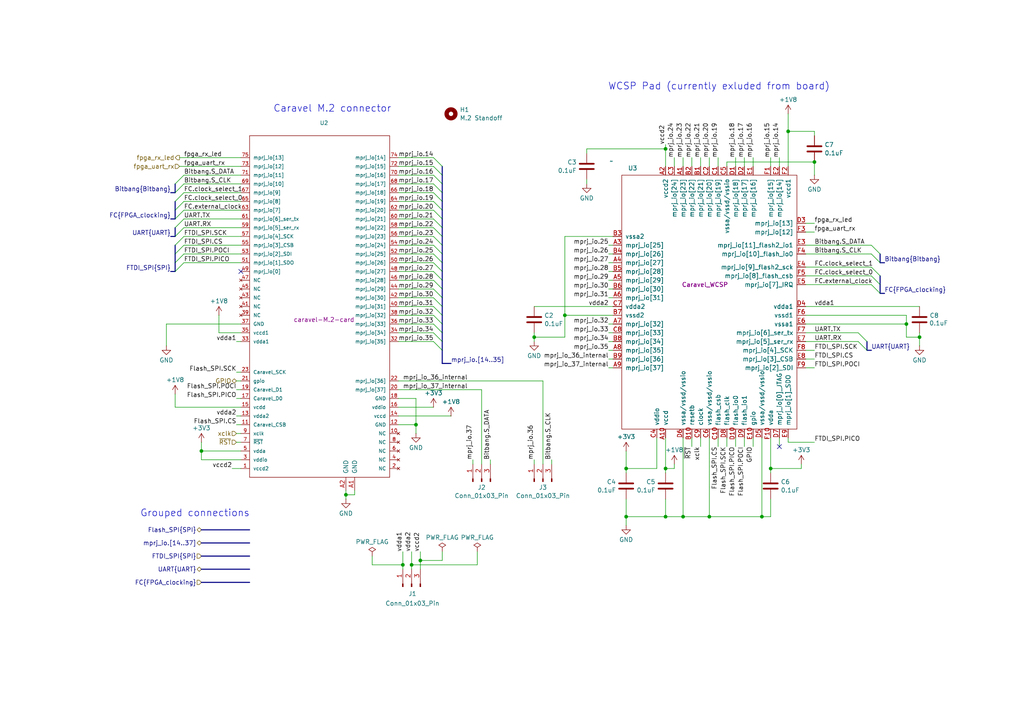
<source format=kicad_sch>
(kicad_sch (version 20231120) (generator "eeschema") (generator_version "8.0")
  (paper "A4")
  (title_block (title "Caravel Connections") (date "2024-05-30") (rev "0.1"))
  (lib_symbols
    (symbol "Caravel_board:Caravel_WCSP" (pin_names (offset 1.016))
      (property "Reference" "U" (at 0 2.54 0))
      (property "Value" "Caravel_WCSP" (at 0 -2.54 0))
      (symbol "Caravel_WCSP_0_1"
        (rectangle (start -24.13 31.75) (end 26.67 -41.91))
      )
      (symbol "Caravel_WCSP_1_1"
        (pin bidirectional line (at -6.35 34.29 270) (length 2.54) (name "mprj_io[23]") (number "A1"))
        (pin power_in line (at -11.43 -44.45 90) (length 2.54) (name "vccd") (number "A10"))
        (pin power_in line (at -11.43 34.29 270) (length 2.54) (name "vccd2") (number "A2"))
        (pin bidirectional line (at -26.67 11.43 0) (length 2.54) (name "mprj_io[25]") (number "A3"))
        (pin bidirectional line (at -26.67 6.35 0) (length 2.54) (name "mprj_io[27]") (number "A4"))
        (pin bidirectional line (at -26.67 1.27 0) (length 2.54) (name "mprj_io[29]") (number "A5"))
        (pin bidirectional line (at -26.67 -3.81 0) (length 2.54) (name "mprj_io[31]") (number "A6"))
        (pin bidirectional line (at -26.67 -11.43 0) (length 2.54) (name "mprj_io[32]") (number "A7"))
        (pin bidirectional line (at -26.67 -19.05 0) (length 2.54) (name "mprj_io[35]") (number "A8"))
        (pin bidirectional line (at -26.67 -24.13 0) (length 2.54) (name "mprj_io[37]") (number "A9"))
        (pin bidirectional line (at -1.27 34.29 270) (length 2.54) (name "mprj_io[21]") (number "B1"))
        (pin input line (at -3.81 -44.45 90) (length 2.54) (name "resetb") (number "B10"))
        (pin bidirectional line (at -3.81 34.29 270) (length 2.54) (name "mprj_io[22]") (number "B2"))
        (pin power_in line (at -26.67 13.97 0) (length 2.54) (name "vssa2") (number "B3"))
        (pin bidirectional line (at -26.67 8.89 0) (length 2.54) (name "mprj_io[26]") (number "B4"))
        (pin bidirectional line (at -26.67 3.81 0) (length 2.54) (name "mprj_io[28]") (number "B5"))
        (pin bidirectional line (at -26.67 -1.27 0) (length 2.54) (name "mprj_io[30]") (number "B6"))
        (pin power_in line (at -26.67 -8.89 0) (length 2.54) (name "vssd2") (number "B7"))
        (pin bidirectional line (at -26.67 -16.51 0) (length 2.54) (name "mprj_io[34]") (number "B8"))
        (pin bidirectional line (at -26.67 -21.59 0) (length 2.54) (name "mprj_io[36]") (number "B9"))
        (pin bidirectional line (at 3.81 34.29 270) (length 2.54) (name "mprj_io[19]") (number "C1"))
        (pin output line (at 3.81 -44.45 90) (length 2.54) (name "flash_csb") (number "C10"))
        (pin bidirectional line (at 1.27 34.29 270) (length 2.54) (name "mprj_io[20]") (number "C2"))
        (pin bidirectional line (at -8.89 34.29 270) (length 2.54) (name "mprj_io[24]") (number "C3"))
        (pin power_in line (at -13.97 -44.45 90) (length 2.54) (name "vddio") (number "C4"))
        (pin power_in line (at 6.35 34.29 270) (length 2.54) (name "vssa/vssd/vssio") (number "C5"))
        (pin power_in line (at 1.27 -44.45 90) (length 2.54) (name "vssa/vssd/vssio") (number "C6"))
        (pin power_in line (at -26.67 -6.35 0) (length 2.54) (name "vdda2") (number "C7"))
        (pin bidirectional line (at -26.67 -13.97 0) (length 2.54) (name "mprj_io[33]") (number "C8"))
        (pin input line (at -1.27 -44.45 90) (length 2.54) (name "clock") (number "C9"))
        (pin bidirectional line (at 8.89 34.29 270) (length 2.54) (name "mprj_io[18]") (number "D1"))
        (pin bidirectional line (at 8.89 -44.45 90) (length 2.54) (name "flash_io0") (number "D10"))
        (pin bidirectional line (at 11.43 34.29 270) (length 2.54) (name "mprj_io[17]") (number "D2"))
        (pin bidirectional line (at 29.21 17.78 180) (length 2.54) (name "mprj_io[13]") (number "D3"))
        (pin power_in line (at 29.21 -6.35 180) (length 2.54) (name "vdda1") (number "D4"))
        (pin power_in line (at 16.51 -44.45 90) (length 2.54) (name "vssa/vssd/vssio") (number "D5"))
        (pin power_in line (at -6.35 -44.45 90) (length 2.54) (name "vssa/vssd/vssio") (number "D6"))
        (pin bidirectional line (at 21.59 -44.45 90) (length 2.54) (name "mprj_io[0]_JTAG") (number "D7"))
        (pin output line (at 6.35 -44.45 90) (length 2.54) (name "flash_clk") (number "D8"))
        (pin bidirectional line (at 11.43 -44.45 90) (length 2.54) (name "flash_io1") (number "D9"))
        (pin bidirectional line (at 13.97 34.29 270) (length 2.54) (name "mprj_io[16]") (number "E1"))
        (pin bidirectional line (at 13.97 -44.45 90) (length 2.54) (name "gpio") (number "E10"))
        (pin bidirectional line (at 21.59 34.29 270) (length 2.54) (name "mprj_io[14]") (number "E2"))
        (pin bidirectional line (at 29.21 11.43 180) (length 2.54) (name "mprj_io[11]_flash2_io1") (number "E3"))
        (pin bidirectional line (at 29.21 5.08 180) (length 2.54) (name "mprj_io[9]_flash2_sck") (number "E4"))
        (pin bidirectional line (at 29.21 0 180) (length 2.54) (name "mprj_io[7]_IRQ") (number "E5"))
        (pin power_in line (at 29.21 -11.43 180) (length 2.54) (name "vssa1") (number "E6"))
        (pin bidirectional line (at 29.21 -16.51 180) (length 2.54) (name "mprj_io[5]_ser_rx") (number "E7"))
        (pin bidirectional line (at 29.21 -21.59 180) (length 2.54) (name "mprj_io[3]_CSB") (number "E8"))
        (pin bidirectional line (at 24.13 -44.45 90) (length 2.54) (name "mprj_io[1]_SDO") (number "E9"))
        (pin bidirectional line (at 19.05 34.29 270) (length 2.54) (name "mprj_io[15]") (number "F1"))
        (pin power_in line (at 19.05 -44.45 90) (length 2.54) (name "vdda") (number "F10"))
        (pin power_in line (at 24.13 34.29 270) (length 2.54) (name "vccd1") (number "F2"))
        (pin bidirectional line (at 29.21 15.24 180) (length 2.54) (name "mprj_io[12]") (number "F3"))
        (pin bidirectional line (at 29.21 8.89 180) (length 2.54) (name "mprj_io[10]_flash_io0") (number "F4"))
        (pin bidirectional line (at 29.21 2.54 180) (length 2.54) (name "mprj_io[8]_flash_csb") (number "F5"))
        (pin power_in line (at 29.21 -8.89 180) (length 2.54) (name "vssd1") (number "F6"))
        (pin bidirectional line (at 29.21 -13.97 180) (length 2.54) (name "mprj_io[6]_ser_tx") (number "F7"))
        (pin bidirectional line (at 29.21 -19.05 180) (length 2.54) (name "mprj_io[4]_SCK") (number "F8"))
        (pin bidirectional line (at 29.21 -24.13 180) (length 2.54) (name "mprj_io[2]_SDI") (number "F9"))
      )
    )
    (symbol "Caravel_board:caravel-M.2-card" (pin_names (offset 1.016))
      (property "Reference" "U" (at -19.05 53.848 0))
      (property "Value" "caravel-M.2-card" (at -19.05 -48.26 0))
      (symbol "caravel-M.2-card_1_0"
        (polyline (pts (xy -21.59 -45.72) (xy -21.59 53.34)))
        (polyline (pts (xy -21.59 53.34) (xy 19.05 53.34)))
        (polyline (pts (xy 19.05 -45.72) (xy -21.59 -45.72)))
        (polyline (pts (xy 19.05 53.34) (xy 19.05 -45.72)))
      )
      (symbol "caravel-M.2-card_1_1"
        (pin power_in line (at -24.13 -43.18 0) (length 2.54) (name "vccd2") (number "1"))
        (pin no_connect line (at 21.59 -33.02 180) (length 2.54) (name "NC") (number "10"))
        (pin bidirectional line (at -24.13 -30.48 0) (length 2.54) (name "Caravel_CSB") (number "11"))
        (pin power_in line (at 21.59 -30.48 180) (length 2.54) (name "GND") (number "12"))
        (pin power_in line (at -24.13 -27.94 0) (length 2.54) (name "vdda2") (number "13"))
        (pin power_in line (at 21.59 -27.94 180) (length 2.54) (name "vccd") (number "14"))
        (pin power_in line (at -24.13 -25.4 0) (length 2.54) (name "vcdd") (number "15"))
        (pin power_in line (at 21.59 -25.4 180) (length 2.54) (name "vddio") (number "16"))
        (pin bidirectional line (at -24.13 -22.86 0) (length 2.54) (name "Caravel_D0") (number "17"))
        (pin power_in line (at 21.59 -22.86 180) (length 2.54) (name "GND") (number "18"))
        (pin bidirectional line (at -24.13 -20.32 0) (length 2.54) (name "Caravel_D1") (number "19"))
        (pin no_connect line (at 21.59 -43.18 180) (length 2.54) (name "NC") (number "2"))
        (pin bidirectional line (at 21.59 -20.32 180) (length 2.54) (name "mprj_io[37]") (number "20"))
        (pin bidirectional line (at -24.13 -17.78 0) (length 2.54) (name "gpio") (number "21"))
        (pin bidirectional line (at 21.59 -17.78 180) (length 2.54) (name "mprj_io[36]") (number "22"))
        (pin bidirectional line (at -24.13 -15.24 0) (length 2.54) (name "Caravel_SCK") (number "23"))
        (pin power_in line (at -24.13 -40.64 0) (length 2.54) (name "vddio") (number "3"))
        (pin bidirectional line (at 21.59 -6.35 180) (length 2.54) (name "mprj_io[35]") (number "32"))
        (pin power_in line (at -24.13 -6.35 0) (length 2.54) (name "vdda1") (number "33"))
        (pin bidirectional line (at 21.59 -3.81 180) (length 2.54) (name "mprj_io[34]") (number "34"))
        (pin power_in line (at -24.13 -3.81 0) (length 2.54) (name "vccd1") (number "35"))
        (pin bidirectional line (at 21.59 -1.27 180) (length 2.54) (name "mprj_io[33]") (number "36"))
        (pin power_in line (at -24.13 -1.27 0) (length 2.54) (name "GND") (number "37"))
        (pin bidirectional line (at 21.59 1.27 180) (length 2.54) (name "mprj_io[32]") (number "38"))
        (pin no_connect line (at -24.13 1.27 0) (length 2.54) (name "NC") (number "39"))
        (pin no_connect line (at 21.59 -40.64 180) (length 2.54) (name "NC") (number "4"))
        (pin bidirectional line (at 21.59 3.81 180) (length 2.54) (name "mprj_io[31]") (number "40"))
        (pin no_connect line (at -24.13 3.81 0) (length 2.54) (name "NC") (number "41"))
        (pin bidirectional line (at 21.59 6.35 180) (length 2.54) (name "mprj_io[30]") (number "42"))
        (pin no_connect line (at -24.13 6.35 0) (length 2.54) (name "NC") (number "43"))
        (pin bidirectional line (at 21.59 8.89 180) (length 2.54) (name "mprj_io[29]") (number "44"))
        (pin no_connect line (at -24.13 8.89 0) (length 2.54) (name "NC") (number "45"))
        (pin bidirectional line (at 21.59 11.43 180) (length 2.54) (name "mprj_io[28]") (number "46"))
        (pin no_connect line (at -24.13 11.43 0) (length 2.54) (name "NC") (number "47"))
        (pin bidirectional line (at 21.59 13.97 180) (length 2.54) (name "mprj_io[27]") (number "48"))
        (pin bidirectional line (at -24.13 13.97 0) (length 2.54) (name "mprj_io[0]") (number "49"))
        (pin power_in line (at -24.13 -38.1 0) (length 2.54) (name "vdda") (number "5"))
        (pin bidirectional line (at 21.59 16.51 180) (length 2.54) (name "mprj_io[26]") (number "50"))
        (pin bidirectional line (at -24.13 16.51 0) (length 2.54) (name "mprj_io[1]_SDO") (number "51"))
        (pin bidirectional line (at 21.59 19.05 180) (length 2.54) (name "mprj_io[25]") (number "52"))
        (pin bidirectional line (at -24.13 19.05 0) (length 2.54) (name "mprj_io[2]_SDI") (number "53"))
        (pin bidirectional line (at 21.59 21.59 180) (length 2.54) (name "mprj_io[24]") (number "54"))
        (pin bidirectional line (at -24.13 21.59 0) (length 2.54) (name "mprj_io[3]_CSB") (number "55"))
        (pin bidirectional line (at 21.59 24.13 180) (length 2.54) (name "mprj_io[23]") (number "56"))
        (pin bidirectional line (at -24.13 24.13 0) (length 2.54) (name "mprj_io[4]_SCK") (number "57"))
        (pin bidirectional line (at 21.59 26.67 180) (length 2.54) (name "mprj_io[22]") (number "58"))
        (pin bidirectional line (at -24.13 26.67 0) (length 2.54) (name "mprj_io[5]_ser_rx") (number "59"))
        (pin no_connect line (at 21.59 -38.1 180) (length 2.54) (name "NC") (number "6"))
        (pin bidirectional line (at 21.59 29.21 180) (length 2.54) (name "mprj_io[21]") (number "60"))
        (pin bidirectional line (at -24.13 29.21 0) (length 2.54) (name "mprj_io[6]_ser_tx") (number "61"))
        (pin bidirectional line (at 21.59 31.75 180) (length 2.54) (name "mprj_io[20]") (number "62"))
        (pin bidirectional line (at -24.13 31.75 0) (length 2.54) (name "mprj_io[7]") (number "63"))
        (pin bidirectional line (at 21.59 34.29 180) (length 2.54) (name "mprj_io[19]") (number "64"))
        (pin bidirectional line (at -24.13 34.29 0) (length 2.54) (name "mprj_io[8]") (number "65"))
        (pin bidirectional line (at 21.59 36.83 180) (length 2.54) (name "mprj_io[18]") (number "66"))
        (pin bidirectional line (at -24.13 36.83 0) (length 2.54) (name "mprj_io[9]") (number "67"))
        (pin bidirectional line (at 21.59 39.37 180) (length 2.54) (name "mprj_io[17]") (number "68"))
        (pin bidirectional line (at -24.13 39.37 0) (length 2.54) (name "mprj_io[10]") (number "69"))
        (pin input line (at -24.13 -35.56 0) (length 2.54) (name "~{RST}") (number "7"))
        (pin bidirectional line (at 21.59 41.91 180) (length 2.54) (name "mprj_io[16]") (number "70"))
        (pin bidirectional line (at -24.13 41.91 0) (length 2.54) (name "mprj_io[11]") (number "71"))
        (pin bidirectional line (at 21.59 44.45 180) (length 2.54) (name "mprj_io[15]") (number "72"))
        (pin bidirectional line (at -24.13 44.45 0) (length 2.54) (name "mprj_io[12]") (number "73"))
        (pin bidirectional line (at 21.59 46.99 180) (length 2.54) (name "mprj_io[14]") (number "74"))
        (pin bidirectional line (at -24.13 46.99 0) (length 2.54) (name "mprj_io[13]") (number "75"))
        (pin no_connect line (at 21.59 -35.56 180) (length 2.54) (name "NC") (number "8"))
        (pin input line (at -24.13 -33.02 0) (length 2.54) (name "xclk") (number "9"))
        (pin power_in line (at 8.89 -49.53 90) (length 3.81) (name "GND") (number "A1"))
        (pin power_in line (at 6.35 -49.53 90) (length 3.81) (name "GND") (number "A2"))
      )
    )
    (symbol "Connector:Conn_01x03_Pin" (pin_names (offset 1.016) hide)
      (property "Reference" "J" (at 0 5.08 0))
      (property "Value" "Conn_01x03_Pin" (at 0 -5.08 0))
      (symbol "Conn_01x03_Pin_1_1"
        (polyline (pts (xy 1.27 -2.54) (xy 0.8636 -2.54)) (stroke (width 0.1524)))
        (polyline (pts (xy 1.27 0) (xy 0.8636 0)) (stroke (width 0.1524)))
        (polyline (pts (xy 1.27 2.54) (xy 0.8636 2.54)) (stroke (width 0.1524)))
        (rectangle (start 0.8636 -2.413) (end 0 -2.667) (stroke (width 0.1524)) (fill (type outline)))
        (rectangle (start 0.8636 0.127) (end 0 -0.127) (stroke (width 0.1524)) (fill (type outline)))
        (rectangle (start 0.8636 2.667) (end 0 2.413) (stroke (width 0.1524)) (fill (type outline)))
        (pin passive line (at 5.08 2.54 180) (length 3.81) (name "Pin_1") (number "1"))
        (pin passive line (at 5.08 0 180) (length 3.81) (name "Pin_2") (number "2"))
        (pin passive line (at 5.08 -2.54 180) (length 3.81) (name "Pin_3") (number "3"))
      )
    )
    (symbol "Device:C" (pin_numbers hide) (pin_names (offset 0.254))
      (property "Reference" "C" (at 0.635 2.54 0))
      (property "Value" "C" (at 0.635 -2.54 0))
      (symbol "C_0_1"
        (polyline (pts (xy -2.032 -0.762) (xy 2.032 -0.762)) (stroke (width 0.508)))
        (polyline (pts (xy -2.032 0.762) (xy 2.032 0.762)) (stroke (width 0.508)))
      )
      (symbol "C_1_1"
        (pin passive line (at 0 3.81 270) (length 2.794) (name "~") (number "1"))
        (pin passive line (at 0 -3.81 90) (length 2.794) (name "~") (number "2"))
      )
    )
    (symbol "MicroMod-Sparkfun:MICROMOD-Standoff" (pin_names (offset 1.016))
      (property "Reference" "H" (at 0 5.08 0))
      (property "Value" "MICROMOD-Standoff" (at 0 3.175 0))
      (symbol "MICROMOD-Standoff_0_1"
        (circle (center 0 0) (radius 1.27) (stroke (width 1.27)))
      )
    )
    (symbol "power:+1V8" (power) (pin_numbers hide) (pin_names (offset 0) hide)
      (property "Value" "+1V8" (at 0 3.556 0))
      (symbol "+1V8_0_1"
        (polyline (pts (xy -0.762 1.27) (xy 0 2.54)))
        (polyline (pts (xy 0 0) (xy 0 2.54)))
        (polyline (pts (xy 0 2.54) (xy 0.762 1.27)))
      )
      (symbol "+1V8_1_1"
        (pin power_in line (at 0 0 90) (length 0) (name "~") (number "1"))
      )
    )
    (symbol "power:+3V3" (power) (pin_numbers hide) (pin_names (offset 0) hide)
      (property "Value" "+3V3" (at 0 3.556 0))
      (symbol "+3V3_0_1"
        (polyline (pts (xy -0.762 1.27) (xy 0 2.54)))
        (polyline (pts (xy 0 0) (xy 0 2.54)))
        (polyline (pts (xy 0 2.54) (xy 0.762 1.27)))
      )
      (symbol "+3V3_1_1"
        (pin power_in line (at 0 0 90) (length 0) (name "~") (number "1"))
      )
    )
    (symbol "power:GND" (power) (pin_numbers hide) (pin_names (offset 0) hide)
      (property "Value" "GND" (at 0 -3.81 0))
      (symbol "GND_0_1"
        (polyline (pts (xy 0 0) (xy 0 -1.27) (xy 1.27 -1.27) (xy 0 -2.54) (xy -1.27 -1.27) (xy 0 -1.27)))
      )
      (symbol "GND_1_1"
        (pin power_in line (at 0 0 270) (length 0) (name "~") (number "1"))
      )
    )
    (symbol "power:PWR_FLAG" (power) (pin_numbers hide) (pin_names (offset 0) hide)
      (property "Value" "PWR_FLAG" (at 0 3.81 0))
      (symbol "PWR_FLAG_0_0"
        (pin power_out line (at 0 0 90) (length 0) (name "~") (number "1"))
      )
      (symbol "PWR_FLAG_0_1"
        (polyline (pts (xy 0 0) (xy 0 1.27) (xy -1.016 1.905) (xy 0 2.54) (xy 1.016 1.905) (xy 0 1.27)))
      )
    )
  )
  (bus_alias "Bitbang" (members "S_CLK" "S_DATA"))
  (bus_alias "FPGA_clocking" (members "external_clock" "clock_select_0" "clock_select_1"))
  (bus_alias "UART" (members "RX" "TX"))
  (junction (at 228.6 38.1))
  (junction (at 262.89 93.98))
  (junction (at 116.84 163.83))
  (junction (at 236.22 46.99))
  (junction (at 220.98 149.86))
  (junction (at 100.33 143.51))
  (junction (at 223.52 135.89))
  (junction (at 121.92 162.56))
  (junction (at 154.94 97.79))
  (junction (at 120.65 123.19))
  (junction (at 119.38 163.83))
  (junction (at 266.7 97.79))
  (junction (at 193.04 135.89))
  (junction (at 193.04 43.18))
  (junction (at 163.83 91.44))
  (junction (at 181.61 135.89))
  (junction (at 193.04 149.86))
  (junction (at 181.61 149.86))
  (junction (at 205.74 149.86))
  (junction (at 58.42 130.81))
  (junction (at 198.12 149.86))
  (no_connect (at 226.06 129.54))
  (no_connect (at 69.85 78.74))
  (bus_entry (at 125.73 88.9) (size 2.54 2.54))
  (bus_entry (at 252.73 77.47) (size 2.54 2.54))
  (bus_entry (at 53.34 50.8) (size -2.54 2.54))
  (bus_entry (at 125.73 91.44) (size 2.54 2.54))
  (bus_entry (at 125.73 73.66) (size 2.54 2.54))
  (bus_entry (at 125.73 55.88) (size 2.54 2.54))
  (bus_entry (at 125.73 96.52) (size 2.54 2.54))
  (bus_entry (at 125.73 63.5) (size 2.54 2.54))
  (bus_entry (at 125.73 71.12) (size 2.54 2.54))
  (bus_entry (at 125.73 58.42) (size 2.54 2.54))
  (bus_entry (at 53.34 66.04) (size -2.54 2.54))
  (bus_entry (at 125.73 93.98) (size 2.54 2.54))
  (bus_entry (at 252.73 71.12) (size 2.54 2.54))
  (bus_entry (at 53.34 71.12) (size -2.54 2.54))
  (bus_entry (at 125.73 86.36) (size 2.54 2.54))
  (bus_entry (at 125.73 78.74) (size 2.54 2.54))
  (bus_entry (at 125.73 83.82) (size 2.54 2.54))
  (bus_entry (at 248.92 99.06) (size 2.54 2.54))
  (bus_entry (at 125.73 68.58) (size 2.54 2.54))
  (bus_entry (at 248.92 96.52) (size 2.54 2.54))
  (bus_entry (at 125.73 76.2) (size 2.54 2.54))
  (bus_entry (at 125.73 81.28) (size 2.54 2.54))
  (bus_entry (at 50.8 60.96) (size 2.54 -2.54))
  (bus_entry (at 252.73 80.01) (size 2.54 2.54))
  (bus_entry (at 125.73 60.96) (size 2.54 2.54))
  (bus_entry (at 53.34 68.58) (size -2.54 2.54))
  (bus_entry (at 53.34 63.5) (size -2.54 2.54))
  (bus_entry (at 53.34 76.2) (size -2.54 2.54))
  (bus_entry (at 53.34 53.34) (size -2.54 2.54))
  (bus_entry (at 125.73 48.26) (size 2.54 2.54))
  (bus_entry (at 125.73 53.34) (size 2.54 2.54))
  (bus_entry (at 50.8 63.5) (size 2.54 -2.54))
  (bus_entry (at 50.8 58.42) (size 2.54 -2.54))
  (bus_entry (at 125.73 99.06) (size 2.54 2.54))
  (bus_entry (at 125.73 45.72) (size 2.54 2.54))
  (bus_entry (at 53.34 73.66) (size -2.54 2.54))
  (bus_entry (at 125.73 66.04) (size 2.54 2.54))
  (bus_entry (at 125.73 50.8) (size 2.54 2.54))
  (bus_entry (at 252.73 82.55) (size 2.54 2.54))
  (bus_entry (at 252.73 73.66) (size 2.54 2.54))
  (bus (pts (xy 49.53 63.5) (xy 50.8 63.5)))
  (wire (pts (xy 121.92 162.56) (xy 121.92 165.1)))
  (bus (pts (xy 128.27 78.74) (xy 128.27 81.28)))
  (bus (pts (xy 128.27 73.66) (xy 128.27 76.2)))
  (wire (pts (xy 157.48 134.62) (xy 157.48 110.49)))
  (bus (pts (xy 255.27 76.2) (xy 256.54 76.2)))
  (bus (pts (xy 49.53 55.88) (xy 50.8 55.88)))
  (wire (pts (xy 163.83 91.44) (xy 177.8 91.44)))
  (wire (pts (xy 220.98 149.86) (xy 205.74 149.86)))
  (wire (pts (xy 236.22 38.1) (xy 236.22 39.37)))
  (wire (pts (xy 68.58 110.49) (xy 69.85 110.49)))
  (wire (pts (xy 170.18 43.18) (xy 170.18 44.45)))
  (wire (pts (xy 154.94 97.79) (xy 163.83 97.79)))
  (wire (pts (xy 137.16 133.35) (xy 137.16 134.62)))
  (bus (pts (xy 255.27 80.01) (xy 255.27 82.55)))
  (wire (pts (xy 50.8 114.3) (xy 50.8 118.11)))
  (wire (pts (xy 193.04 149.86) (xy 198.12 149.86)))
  (wire (pts (xy 236.22 128.27) (xy 228.6 128.27)))
  (bus (pts (xy 128.27 50.8) (xy 128.27 53.34)))
  (wire (pts (xy 228.6 38.1) (xy 228.6 48.26)))
  (wire (pts (xy 220.98 127) (xy 220.98 149.86)))
  (wire (pts (xy 154.94 97.79) (xy 154.94 96.52)))
  (bus (pts (xy 58.42 153.67) (xy 72.39 153.67)))
  (wire (pts (xy 233.68 82.55) (xy 252.73 82.55)))
  (wire (pts (xy 58.42 130.81) (xy 69.85 130.81)))
  (wire (pts (xy 154.94 133.35) (xy 154.94 134.62)))
  (wire (pts (xy 236.22 101.6) (xy 233.68 101.6)))
  (bus (pts (xy 58.42 157.48) (xy 72.39 157.48)))
  (wire (pts (xy 170.18 43.18) (xy 193.04 43.18)))
  (wire (pts (xy 48.26 93.98) (xy 48.26 100.33)))
  (wire (pts (xy 176.53 96.52) (xy 177.8 96.52)))
  (wire (pts (xy 218.44 127) (xy 218.44 129.54)))
  (bus (pts (xy 50.8 76.2) (xy 50.8 78.74)))
  (bus (pts (xy 128.27 58.42) (xy 128.27 60.96)))
  (wire (pts (xy 176.53 93.98) (xy 177.8 93.98)))
  (wire (pts (xy 115.57 73.66) (xy 125.73 73.66)))
  (wire (pts (xy 223.52 149.86) (xy 220.98 149.86)))
  (bus (pts (xy 128.27 101.6) (xy 128.27 105.41)))
  (wire (pts (xy 181.61 149.86) (xy 181.61 152.4)))
  (wire (pts (xy 154.94 88.9) (xy 177.8 88.9)))
  (bus (pts (xy 49.53 68.58) (xy 50.8 68.58)))
  (wire (pts (xy 198.12 149.86) (xy 205.74 149.86)))
  (wire (pts (xy 176.53 71.12) (xy 177.8 71.12)))
  (bus (pts (xy 50.8 71.12) (xy 50.8 73.66)))
  (wire (pts (xy 58.42 133.35) (xy 69.85 133.35)))
  (wire (pts (xy 193.04 144.78) (xy 193.04 149.86)))
  (bus (pts (xy 128.27 71.12) (xy 128.27 73.66)))
  (wire (pts (xy 215.9 45.72) (xy 215.9 48.26)))
  (wire (pts (xy 128.27 162.56) (xy 128.27 160.02)))
  (wire (pts (xy 69.85 99.06) (xy 68.58 99.06)))
  (wire (pts (xy 53.34 73.66) (xy 69.85 73.66)))
  (wire (pts (xy 53.34 68.58) (xy 69.85 68.58)))
  (wire (pts (xy 176.53 106.68) (xy 177.8 106.68)))
  (wire (pts (xy 115.57 50.8) (xy 125.73 50.8)))
  (wire (pts (xy 181.61 130.81) (xy 181.61 135.89)))
  (bus (pts (xy 128.27 105.41) (xy 130.81 105.41)))
  (bus (pts (xy 49.53 78.74) (xy 50.8 78.74)))
  (wire (pts (xy 115.57 115.57) (xy 120.65 115.57)))
  (wire (pts (xy 176.53 81.28) (xy 177.8 81.28)))
  (wire (pts (xy 53.34 63.5) (xy 69.85 63.5)))
  (wire (pts (xy 193.04 135.89) (xy 195.58 135.89)))
  (bus (pts (xy 128.27 86.36) (xy 128.27 88.9)))
  (wire (pts (xy 116.84 165.1) (xy 116.84 163.83)))
  (wire (pts (xy 102.87 143.51) (xy 102.87 142.24)))
  (wire (pts (xy 176.53 86.36) (xy 177.8 86.36)))
  (wire (pts (xy 115.57 63.5) (xy 125.73 63.5)))
  (wire (pts (xy 100.33 143.51) (xy 102.87 143.51)))
  (wire (pts (xy 58.42 130.81) (xy 58.42 128.27)))
  (wire (pts (xy 193.04 135.89) (xy 193.04 137.16)))
  (wire (pts (xy 236.22 104.14) (xy 233.68 104.14)))
  (wire (pts (xy 53.34 76.2) (xy 69.85 76.2)))
  (wire (pts (xy 210.82 127) (xy 210.82 129.54)))
  (wire (pts (xy 68.58 115.57) (xy 69.85 115.57)))
  (wire (pts (xy 176.53 76.2) (xy 177.8 76.2)))
  (wire (pts (xy 115.57 110.49) (xy 157.48 110.49)))
  (bus (pts (xy 255.27 73.66) (xy 255.27 76.2)))
  (bus (pts (xy 128.27 83.82) (xy 128.27 86.36)))
  (bus (pts (xy 255.27 85.09) (xy 256.54 85.09)))
  (wire (pts (xy 266.7 97.79) (xy 266.7 100.33)))
  (wire (pts (xy 233.68 64.77) (xy 236.22 64.77)))
  (wire (pts (xy 233.68 77.47) (xy 252.73 77.47)))
  (wire (pts (xy 115.57 78.74) (xy 125.73 78.74)))
  (wire (pts (xy 181.61 149.86) (xy 193.04 149.86)))
  (wire (pts (xy 208.28 45.72) (xy 208.28 48.26)))
  (bus (pts (xy 128.27 76.2) (xy 128.27 78.74)))
  (wire (pts (xy 115.57 123.19) (xy 120.65 123.19)))
  (wire (pts (xy 68.58 128.27) (xy 69.85 128.27)))
  (wire (pts (xy 213.36 45.72) (xy 213.36 48.26)))
  (wire (pts (xy 176.53 78.74) (xy 177.8 78.74)))
  (wire (pts (xy 163.83 91.44) (xy 163.83 97.79)))
  (wire (pts (xy 119.38 163.83) (xy 138.43 163.83)))
  (wire (pts (xy 176.53 104.14) (xy 177.8 104.14)))
  (wire (pts (xy 53.34 66.04) (xy 69.85 66.04)))
  (wire (pts (xy 68.58 107.95) (xy 69.85 107.95)))
  (wire (pts (xy 115.57 96.52) (xy 125.73 96.52)))
  (wire (pts (xy 139.7 113.03) (xy 139.7 134.62)))
  (bus (pts (xy 128.27 93.98) (xy 128.27 96.52)))
  (bus (pts (xy 50.8 73.66) (xy 50.8 76.2)))
  (wire (pts (xy 100.33 143.51) (xy 100.33 144.78)))
  (wire (pts (xy 67.31 135.89) (xy 69.85 135.89)))
  (bus (pts (xy 128.27 66.04) (xy 128.27 68.58)))
  (wire (pts (xy 119.38 163.83) (xy 119.38 165.1)))
  (wire (pts (xy 115.57 53.34) (xy 125.73 53.34)))
  (wire (pts (xy 213.36 127) (xy 213.36 129.54)))
  (wire (pts (xy 52.07 48.26) (xy 69.85 48.26)))
  (wire (pts (xy 262.89 91.44) (xy 262.89 93.98)))
  (wire (pts (xy 115.57 91.44) (xy 125.73 91.44)))
  (wire (pts (xy 53.34 50.8) (xy 69.85 50.8)))
  (wire (pts (xy 223.52 127) (xy 223.52 135.89)))
  (bus (pts (xy 128.27 53.34) (xy 128.27 55.88)))
  (wire (pts (xy 223.52 144.78) (xy 223.52 149.86)))
  (wire (pts (xy 115.57 68.58) (xy 125.73 68.58)))
  (bus (pts (xy 128.27 55.88) (xy 128.27 58.42)))
  (wire (pts (xy 195.58 135.89) (xy 195.58 134.62)))
  (bus (pts (xy 50.8 60.96) (xy 50.8 63.5)))
  (wire (pts (xy 223.52 45.72) (xy 223.52 48.26)))
  (wire (pts (xy 163.83 68.58) (xy 177.8 68.58)))
  (wire (pts (xy 176.53 83.82) (xy 177.8 83.82)))
  (bus (pts (xy 251.46 99.06) (xy 251.46 101.6)))
  (wire (pts (xy 226.06 45.72) (xy 226.06 48.26)))
  (wire (pts (xy 233.68 93.98) (xy 262.89 93.98)))
  (wire (pts (xy 203.2 45.72) (xy 203.2 48.26)))
  (wire (pts (xy 205.74 45.72) (xy 205.74 48.26)))
  (wire (pts (xy 107.95 163.83) (xy 107.95 161.29)))
  (bus (pts (xy 58.42 165.1) (xy 72.39 165.1)))
  (bus (pts (xy 128.27 88.9) (xy 128.27 91.44)))
  (wire (pts (xy 115.57 120.65) (xy 130.81 120.65)))
  (wire (pts (xy 53.34 60.96) (xy 69.85 60.96)))
  (wire (pts (xy 200.66 127) (xy 200.66 129.54)))
  (wire (pts (xy 233.68 88.9) (xy 266.7 88.9)))
  (wire (pts (xy 50.8 118.11) (xy 69.85 118.11)))
  (wire (pts (xy 210.82 46.99) (xy 210.82 48.26)))
  (wire (pts (xy 228.6 38.1) (xy 236.22 38.1)))
  (wire (pts (xy 116.84 163.83) (xy 107.95 163.83)))
  (wire (pts (xy 63.5 96.52) (xy 63.5 91.44)))
  (wire (pts (xy 193.04 41.91) (xy 193.04 43.18)))
  (wire (pts (xy 233.68 91.44) (xy 262.89 91.44)))
  (wire (pts (xy 233.68 80.01) (xy 252.73 80.01)))
  (wire (pts (xy 233.68 96.52) (xy 248.92 96.52)))
  (wire (pts (xy 233.68 71.12) (xy 252.73 71.12)))
  (wire (pts (xy 53.34 58.42) (xy 69.85 58.42)))
  (wire (pts (xy 262.89 97.79) (xy 266.7 97.79)))
  (wire (pts (xy 193.04 127) (xy 193.04 135.89)))
  (wire (pts (xy 232.41 135.89) (xy 223.52 135.89)))
  (wire (pts (xy 233.68 67.31) (xy 236.22 67.31)))
  (wire (pts (xy 226.06 127) (xy 226.06 129.54)))
  (wire (pts (xy 190.5 127) (xy 190.5 135.89)))
  (wire (pts (xy 160.02 133.35) (xy 160.02 134.62)))
  (wire (pts (xy 203.2 127) (xy 203.2 129.54)))
  (wire (pts (xy 233.68 73.66) (xy 252.73 73.66)))
  (bus (pts (xy 58.42 161.29) (xy 72.39 161.29)))
  (wire (pts (xy 115.57 93.98) (xy 125.73 93.98)))
  (wire (pts (xy 119.38 160.02) (xy 119.38 163.83)))
  (wire (pts (xy 69.85 93.98) (xy 48.26 93.98)))
  (wire (pts (xy 205.74 127) (xy 205.74 149.86)))
  (wire (pts (xy 154.94 97.79) (xy 154.94 99.06)))
  (bus (pts (xy 50.8 58.42) (xy 50.8 60.96)))
  (wire (pts (xy 121.92 160.02) (xy 121.92 162.56)))
  (wire (pts (xy 176.53 101.6) (xy 177.8 101.6)))
  (bus (pts (xy 128.27 68.58) (xy 128.27 71.12)))
  (wire (pts (xy 198.12 127) (xy 198.12 149.86)))
  (wire (pts (xy 120.65 115.57) (xy 120.65 123.19)))
  (wire (pts (xy 115.57 76.2) (xy 125.73 76.2)))
  (wire (pts (xy 53.34 55.88) (xy 69.85 55.88)))
  (wire (pts (xy 138.43 163.83) (xy 138.43 160.02)))
  (wire (pts (xy 115.57 66.04) (xy 125.73 66.04)))
  (wire (pts (xy 190.5 135.89) (xy 181.61 135.89)))
  (bus (pts (xy 128.27 60.96) (xy 128.27 63.5)))
  (bus (pts (xy 50.8 53.34) (xy 50.8 55.88)))
  (wire (pts (xy 115.57 99.06) (xy 125.73 99.06)))
  (wire (pts (xy 68.58 120.65) (xy 69.85 120.65)))
  (wire (pts (xy 115.57 113.03) (xy 139.7 113.03)))
  (wire (pts (xy 266.7 96.52) (xy 266.7 97.79)))
  (wire (pts (xy 52.07 45.72) (xy 69.85 45.72)))
  (wire (pts (xy 228.6 128.27) (xy 228.6 127)))
  (wire (pts (xy 63.5 96.52) (xy 69.85 96.52)))
  (wire (pts (xy 100.33 142.24) (xy 100.33 143.51)))
  (wire (pts (xy 115.57 81.28) (xy 125.73 81.28)))
  (wire (pts (xy 176.53 73.66) (xy 177.8 73.66)))
  (wire (pts (xy 262.89 93.98) (xy 262.89 97.79)))
  (wire (pts (xy 68.58 123.19) (xy 69.85 123.19)))
  (wire (pts (xy 181.61 135.89) (xy 181.61 137.16)))
  (bus (pts (xy 128.27 99.06) (xy 128.27 101.6)))
  (bus (pts (xy 128.27 91.44) (xy 128.27 93.98)))
  (wire (pts (xy 232.41 134.62) (xy 232.41 135.89)))
  (wire (pts (xy 68.58 125.73) (xy 69.85 125.73)))
  (bus (pts (xy 58.42 168.91) (xy 72.39 168.91)))
  (bus (pts (xy 50.8 66.04) (xy 50.8 68.58)))
  (wire (pts (xy 115.57 83.82) (xy 125.73 83.82)))
  (wire (pts (xy 58.42 130.81) (xy 58.42 133.35)))
  (wire (pts (xy 181.61 144.78) (xy 181.61 149.86)))
  (bus (pts (xy 128.27 81.28) (xy 128.27 83.82)))
  (wire (pts (xy 233.68 106.68) (xy 236.22 106.68)))
  (wire (pts (xy 233.68 99.06) (xy 248.92 99.06)))
  (wire (pts (xy 115.57 55.88) (xy 125.73 55.88)))
  (wire (pts (xy 115.57 48.26) (xy 125.73 48.26)))
  (wire (pts (xy 228.6 33.02) (xy 228.6 38.1)))
  (wire (pts (xy 215.9 127) (xy 215.9 129.54)))
  (wire (pts (xy 142.24 133.35) (xy 142.24 134.62)))
  (wire (pts (xy 115.57 58.42) (xy 125.73 58.42)))
  (wire (pts (xy 200.66 45.72) (xy 200.66 48.26)))
  (bus (pts (xy 128.27 63.5) (xy 128.27 66.04)))
  (wire (pts (xy 210.82 46.99) (xy 236.22 46.99)))
  (wire (pts (xy 176.53 99.06) (xy 177.8 99.06)))
  (wire (pts (xy 115.57 45.72) (xy 125.73 45.72)))
  (wire (pts (xy 218.44 45.72) (xy 218.44 48.26)))
  (wire (pts (xy 115.57 118.11) (xy 125.73 118.11)))
  (wire (pts (xy 193.04 43.18) (xy 193.04 48.26)))
  (bus (pts (xy 251.46 101.6) (xy 252.73 101.6)))
  (wire (pts (xy 53.34 53.34) (xy 69.85 53.34)))
  (wire (pts (xy 121.92 162.56) (xy 128.27 162.56)))
  (wire (pts (xy 115.57 60.96) (xy 125.73 60.96)))
  (wire (pts (xy 116.84 163.83) (xy 116.84 160.02)))
  (bus (pts (xy 128.27 96.52) (xy 128.27 99.06)))
  (wire (pts (xy 198.12 45.72) (xy 198.12 48.26)))
  (wire (pts (xy 68.58 113.03) (xy 69.85 113.03)))
  (bus (pts (xy 255.27 82.55) (xy 255.27 85.09)))
  (wire (pts (xy 223.52 135.89) (xy 223.52 137.16)))
  (wire (pts (xy 53.34 71.12) (xy 69.85 71.12)))
  (wire (pts (xy 236.22 46.99) (xy 236.22 50.8)))
  (wire (pts (xy 195.58 45.72) (xy 195.58 48.26)))
  (wire (pts (xy 170.18 52.07) (xy 170.18 53.34)))
  (wire (pts (xy 115.57 86.36) (xy 125.73 86.36)))
  (wire (pts (xy 208.28 127) (xy 208.28 129.54)))
  (wire (pts (xy 163.83 91.44) (xy 163.83 68.58)))
  (wire (pts (xy 115.57 88.9) (xy 125.73 88.9)))
  (wire (pts (xy 120.65 125.73) (xy 120.65 123.19)))
  (bus (pts (xy 128.27 48.26) (xy 128.27 50.8)))
  (wire (pts (xy 115.57 71.12) (xy 125.73 71.12)))
  (text "Caravel M.2 connector" (at 79.248 32.766 0) (effects (font (size 2 2)) (justify left bottom)))
  (text "Grouped connections" (at 40.64 150.114 0) (effects (font (size 2 2)) (justify left bottom)))
  (text "WCSP Pad (currently exluded from board)" (at 208.534 25.146 0) (effects (font (size 2 2))))
  (label "UART{UART}" (at 252.73 101.6 0))
  (label "Flash_SPI.SCK" (at 210.82 129.54 270))
  (label "mprj_io.14" (at 226.06 45.72 90))
  (label "mprj_io.33" (at 176.53 96.52 180))
  (label "FC{FPGA_clocking}" (at 256.54 85.09 0))
  (label "UART.RX" (at 53.34 66.04 0))
  (label "mprj_io.25" (at 176.53 71.12 180))
  (label "Bitbang.S_DATA" (at 236.22 71.12 0))
  (label "mprj_io.17" (at 115.57 53.34 0))
  (label "Bitbang{Bitbang}" (at 49.53 55.88 180))
  (label "Flash_SPI.POCI" (at 215.9 129.54 270))
  (label "fpga_rx_led" (at 236.22 64.77 0))
  (label "mprj_io.25" (at 115.57 73.66 0))
  (label "FC.clock_select_0" (at 236.22 80.01 0))
  (label "Flash_SPI.PICO" (at 68.58 115.57 180))
  (label "mprj_io.29" (at 176.53 81.28 180))
  (label "mprj_io.26" (at 176.53 73.66 180))
  (label "mprj_io.35" (at 115.57 99.06 0))
  (label "FC.external_clock" (at 53.34 60.96 0))
  (label "Bitbang{Bitbang}" (at 256.54 76.2 0))
  (label "FC.external_clock" (at 236.22 82.55 0))
  (label "~{RST}" (at 200.66 129.54 270))
  (label "FTDI_SPI.PICO" (at 236.22 128.27 0))
  (label "mprj_io.21" (at 115.57 63.5 0))
  (label "FTDI_SPI.POCI" (at 236.22 106.68 0))
  (label "UART.TX" (at 236.22 96.52 0))
  (label "mprj_io.19" (at 208.28 45.72 90))
  (label "mprj_io.21" (at 203.2 45.72 90))
  (label "mprj_io.32" (at 176.53 93.98 180))
  (label "mprj_io.37" (at 137.16 133.35 90))
  (label "Bitbang.S_DATA" (at 53.34 50.8 0))
  (label "fpga_uart_rx" (at 236.22 67.31 0))
  (label "mprj_io.27" (at 176.53 76.2 180))
  (label "Flash_SPI.PICO" (at 213.36 129.54 270))
  (label "mprj_io.19" (at 115.57 58.42 0))
  (label "vdda2" (at 119.38 160.02 90))
  (label "mprj_io.35" (at 176.53 101.6 180))
  (label "mprj_io.29" (at 115.57 83.82 0))
  (label "mprj_io.23" (at 115.57 68.58 0))
  (label "xclk" (at 203.2 129.54 270))
  (label "mprj_io_36_internal" (at 176.53 104.14 180))
  (label "mprj_io.31" (at 115.57 88.9 0))
  (label "vdda1" (at 116.84 160.02 90))
  (label "vccd2" (at 121.92 160.02 90))
  (label "mprj_io.34" (at 115.57 96.52 0))
  (label "mprj_io.14" (at 115.57 45.72 0))
  (label "vccd2" (at 193.04 41.91 90))
  (label "GPIO" (at 218.44 129.54 270))
  (label "Flash_SPI.CS" (at 208.28 129.54 270))
  (label "fpga_uart_rx" (at 53.34 48.26 0))
  (label "mprj_io.22" (at 115.57 66.04 0))
  (label "mprj_io.20" (at 205.74 45.72 90))
  (label "FTDI_SPI.SCK" (at 236.22 101.6 0))
  (label "mprj_io.22" (at 200.66 45.72 90))
  (label "UART{UART}" (at 49.53 68.58 180))
  (label "mprj_io.24" (at 195.58 45.72 90))
  (label "UART.RX" (at 236.22 99.06 0))
  (label "mprj_io.16" (at 115.57 50.8 0))
  (label "Flash_SPI.SCK" (at 68.58 107.95 180))
  (label "mprj_io.23" (at 198.12 45.72 90))
  (label "mprj_io.28" (at 176.53 78.74 180))
  (label "fpga_rx_led" (at 53.34 45.72 0))
  (label "mprj_io.36" (at 154.94 133.35 90))
  (label "mprj_io.18" (at 115.57 55.88 0))
  (label "vdda1" (at 68.58 99.06 180))
  (label "mprj_io.31" (at 176.53 86.36 180))
  (label "mprj_io.34" (at 176.53 99.06 180))
  (label "mprj_io.26" (at 115.57 76.2 0))
  (label "Bitbang.S_CLK" (at 236.22 73.66 0))
  (label "mprj_io.17" (at 215.9 45.72 90))
  (label "Flash_SPI.POCI" (at 68.58 113.03 180))
  (label "mprj_io.16" (at 218.44 45.72 90))
  (label "FC.clock_select_1" (at 53.34 55.88 0))
  (label "vdda2" (at 68.58 120.65 180))
  (label "mprj_io.24" (at 115.57 71.12 0))
  (label "mprj_io.27" (at 115.57 78.74 0))
  (label "mprj_io.15" (at 223.52 45.72 90))
  (label "FTDI_SPI.SCK" (at 53.34 68.58 0))
  (label "FC.clock_select_0" (at 53.34 58.42 0))
  (label "mprj_io.33" (at 115.57 93.98 0))
  (label "mprj_io.[14..35]" (at 130.81 105.41 0))
  (label "mprj_io.32" (at 115.57 91.44 0))
  (label "FTDI_SPI.POCI" (at 53.34 73.66 0))
  (label "FTDI_SPI{SPI}" (at 49.53 78.74 180))
  (label "mprj_io_36_internal" (at 116.84 110.49 0))
  (label "FC{FPGA_clocking}" (at 49.53 63.5 180))
  (label "FTDI_SPI.CS" (at 53.34 71.12 0))
  (label "vccd2" (at 67.31 135.89 180))
  (label "FC.clock_select_1" (at 236.22 77.47 0))
  (label "vdda1" (at 236.22 88.9 0))
  (label "FTDI_SPI.PICO" (at 53.34 76.2 0))
  (label "UART.TX" (at 53.34 63.5 0))
  (label "Bitbang.S_CLK" (at 160.02 133.35 90))
  (label "vdda2" (at 176.53 88.9 180))
  (label "FTDI_SPI.CS" (at 236.22 104.14 0))
  (label "mprj_io.18" (at 213.36 45.72 90))
  (label "mprj_io.30" (at 176.53 83.82 180))
  (label "Flash_SPI.CS" (at 68.58 123.19 180))
  (label "Bitbang.S_DATA" (at 142.24 133.35 90))
  (label "mprj_io.15" (at 115.57 48.26 0))
  (label "mprj_io.28" (at 115.57 81.28 0))
  (label "mprj_io.20" (at 115.57 60.96 0))
  (label "mprj_io_37_internal" (at 116.84 113.03 0))
  (label "Bitbang.S_CLK" (at 53.34 53.34 0))
  (label "mprj_io_37_internal" (at 176.53 106.68 180))
  (label "mprj_io.30" (at 115.57 86.36 0))
  (hierarchical_label "FC{FPGA_clocking}" (shape input) (at 58.42 168.91 180))
  (hierarchical_label "Flash_SPI{SPI}" (shape bidirectional) (at 58.42 153.67 180))
  (hierarchical_label "GPIO" (shape bidirectional) (at 68.58 110.49 180))
  (hierarchical_label "xclk" (shape input) (at 68.58 125.73 180))
  (hierarchical_label "fpga_uart_rx" (shape input) (at 52.07 48.26 180))
  (hierarchical_label "mprj_io.[14..37]" (shape bidirectional) (at 58.42 157.48 180))
  (hierarchical_label "UART{UART}" (shape bidirectional) (at 58.42 165.1 180))
  (hierarchical_label "~{RST}" (shape input) (at 68.58 128.27 180))
  (hierarchical_label "FTDI_SPI{SPI}" (shape input) (at 58.42 161.29 180))
  (hierarchical_label "fpga_rx_led" (shape output) (at 52.07 45.72 180))
  (symbol (lib_id "power:GND") (at 181.61 152.4 0) (unit 1)
    (property "Reference" "#PWR030" (effects (hide yes)))
    (property "Value" "GND" (at 181.61 156.5331 0))
    (property "Description" "Power symbol creates a global label with name \"GND\" , ground" (effects (hide yes)))
  )
  (symbol (lib_id "power:+1V8") (at 50.8 114.3 0) (unit 1)
    (property "Reference" "#PWR020" (effects (hide yes)))
    (property "Value" "+1V8" (at 50.8 110.1669 0))
    (property "Description" "Power symbol creates a global label with name \"+1V8\"" (effects (hide yes)))
  )
  (symbol (lib_id "power:GND") (at 266.7 100.33 0) (unit 1)
    (property "Reference" "#PWR035" (effects (hide yes)))
    (property "Value" "GND" (at 266.7 104.4631 0))
    (property "Description" "Power symbol creates a global label with name \"GND\" , ground" (effects (hide yes)))
  )
  (symbol (lib_id "power:+1V8") (at 195.58 134.62 0) (unit 1)
    (property "Reference" "#PWR031" (effects (hide yes)))
    (property "Value" "+1V8" (at 195.58 130.4869 0))
    (property "Description" "Power symbol creates a global label with name \"+1V8\"" (effects (hide yes)))
  )
  (symbol (lib_id "power:GND") (at 236.22 50.8 0) (unit 1)
    (property "Reference" "#PWR034" (effects (hide yes)))
    (property "Value" "GND" (at 236.22 54.9331 0))
    (property "Description" "Power symbol creates a global label with name \"GND\" , ground" (effects (hide yes)))
  )
  (symbol (lib_id "Device:C") (at 266.7 92.71 0) (unit 1) (in_bom no) (on_board no)
    (property "Reference" "C8" (at 269.621 91.4978 0) (effects (justify left)))
    (property "Value" "0.1uF" (at 269.494 93.726 0) (effects (justify left)))
    (property "Footprint" "Capacitor_SMD:C_0402_1005Metric" (effects (hide yes)))
    (property "Description" "Unpolarized capacitor" (effects (hide yes)))
  )
  (symbol (lib_id "power:GND") (at 48.26 100.33 0) (unit 1)
    (property "Reference" "#PWR019" (effects (hide yes)))
    (property "Value" "GND" (at 48.26 104.4631 0))
    (property "Description" "Power symbol creates a global label with name \"GND\" , ground" (effects (hide yes)))
  )
  (symbol (lib_id "MicroMod-Sparkfun:MICROMOD-Standoff") (at 130.81 33.02 0) (unit 1) (in_bom no)
    (property "Reference" "H1" (at 133.35 31.8078 0) (effects (justify left)))
    (property "Value" "M.2 Standoff" (at 133.35 34.2321 0) (effects (justify left)))
    (property "Footprint" "MicroMod-Sparkfun:MicroMod-Standoff" (effects (hide yes)))
    (property "Description" "Mounting Hole without connection" (effects (hide yes)))
  )
  (symbol (lib_id "Caravel_board:Caravel_WCSP") (at 204.47 82.55 0) (unit 1) (in_bom no) (on_board no)
    (property "Reference" "U3" (at 182.118 48.768 0) (effects (justify left)))
    (property "Value" "~" (at 176.784 46.736 0) (effects (justify left)))
    (property "Footprint" "Caravel_Board:Caravel_WCSP_0_25_mm_bga" (effects (hide yes)))
    (property "Description" "Caravel_WCSP" (at 204.47 82.55 0))
  )
  (symbol (lib_id "power:+3V3") (at 125.73 118.11 0) (unit 1)
    (property "Reference" "#PWR025" (effects (hide yes)))
    (property "Value" "+3V3" (at 125.73 113.9769 0))
    (property "Description" "Power symbol creates a global label with name \"+3V3\"" (effects (hide yes)))
  )
  (symbol (lib_id "power:GND") (at 100.33 144.78 0) (unit 1)
    (property "Reference" "#PWR023" (effects (hide yes)))
    (property "Value" "GND" (at 100.33 148.9131 0))
    (property "Description" "Power symbol creates a global label with name \"GND\" , ground" (effects (hide yes)))
  )
  (symbol (lib_id "power:+3V3") (at 58.42 128.27 0) (unit 1)
    (property "Reference" "#PWR021" (effects (hide yes)))
    (property "Value" "+3V3" (at 58.42 124.1369 0))
    (property "Description" "Power symbol creates a global label with name \"+3V3\"" (effects (hide yes)))
  )
  (symbol (lib_id "power:PWR_FLAG") (at 138.43 160.02 0) (unit 1)
    (property "Reference" "#FLG04" (effects (hide yes)))
    (property "Value" "PWR_FLAG" (at 138.43 155.8869 0))
    (property "Description" "Special symbol for telling ERC where power comes from" (effects (hide yes)))
  )
  (symbol (lib_id "power:GND") (at 170.18 53.34 0) (unit 1)
    (property "Reference" "#PWR028" (effects (hide yes)))
    (property "Value" "GND" (at 170.18 57.4731 0))
    (property "Description" "Power symbol creates a global label with name \"GND\" , ground" (effects (hide yes)))
  )
  (symbol (lib_id "power:+1V8") (at 130.81 120.65 0) (unit 1)
    (property "Reference" "#PWR026" (effects (hide yes)))
    (property "Value" "+1V8" (at 130.81 116.5169 0))
    (property "Description" "Power symbol creates a global label with name \"+1V8\"" (effects (hide yes)))
  )
  (symbol (lib_id "Device:C") (at 181.61 140.97 0) (mirror x) (unit 1) (in_bom no) (on_board no)
    (property "Reference" "C4" (at 178.689 139.7578 0) (effects (justify right)))
    (property "Value" "0.1uF" (at 178.689 142.1821 0) (effects (justify right)))
    (property "Footprint" "Capacitor_SMD:C_0402_1005Metric" (effects (hide yes)))
    (property "Description" "Unpolarized capacitor" (effects (hide yes)))
  )
  (symbol (lib_id "power:GND") (at 120.65 125.73 0) (unit 1)
    (property "Reference" "#PWR024" (effects (hide yes)))
    (property "Value" "GND" (at 120.65 129.8631 0))
    (property "Description" "Power symbol creates a global label with name \"GND\" , ground" (effects (hide yes)))
  )
  (symbol (lib_id "power:GND") (at 154.94 99.06 0) (unit 1)
    (property "Reference" "#PWR027" (effects (hide yes)))
    (property "Value" "GND" (at 154.94 103.1931 0))
    (property "Description" "Power symbol creates a global label with name \"GND\" , ground" (effects (hide yes)))
  )
  (symbol (lib_id "Device:C") (at 193.04 140.97 0) (mirror y) (unit 1) (in_bom no) (on_board no)
    (property "Reference" "C5" (at 190.119 139.7578 0) (effects (justify left)))
    (property "Value" "0.1uF" (at 190.119 142.1821 0) (effects (justify left)))
    (property "Footprint" "Capacitor_SMD:C_0402_1005Metric" (effects (hide yes)))
    (property "Description" "Unpolarized capacitor" (effects (hide yes)))
  )
  (symbol (lib_id "power:+1V8") (at 228.6 33.02 0) (unit 1)
    (property "Reference" "#PWR032" (effects (hide yes)))
    (property "Value" "+1V8" (at 228.6 28.8869 0))
    (property "Description" "Power symbol creates a global label with name \"+1V8\"" (effects (hide yes)))
  )
  (symbol (lib_id "Connector:Conn_01x03_Pin") (at 119.38 170.18 90) (unit 1)
    (property "Reference" "J1" (at 119.634 172.212 90))
    (property "Value" "Conn_01x03_Pin" (at 119.634 175.006 90))
    (property "Footprint" "Connector_PinHeader_2.54mm:PinHeader_1x03_P2.54mm_Vertical" (effects (hide yes)))
    (property "Description" "Generic connector, single row, 01x03, script generated" (effects (hide yes)))
  )
  (symbol (lib_id "power:PWR_FLAG") (at 128.27 160.02 0) (unit 1)
    (property "Reference" "#FLG03" (effects (hide yes)))
    (property "Value" "PWR_FLAG" (at 128.27 155.8869 0))
    (property "Description" "Special symbol for telling ERC where power comes from" (effects (hide yes)))
  )
  (symbol (lib_id "power:+3V3") (at 232.41 134.62 0) (unit 1)
    (property "Reference" "#PWR033" (effects (hide yes)))
    (property "Value" "+3V3" (at 232.41 130.4869 0))
    (property "Description" "Power symbol creates a global label with name \"+3V3\"" (effects (hide yes)))
  )
  (symbol (lib_id "Device:C") (at 223.52 140.97 0) (unit 1) (in_bom no) (on_board no)
    (property "Reference" "C6" (at 226.441 139.7578 0) (effects (justify left)))
    (property "Value" "0.1uF" (at 226.441 142.1821 0) (effects (justify left)))
    (property "Footprint" "Capacitor_SMD:C_0402_1005Metric" (effects (hide yes)))
    (property "Description" "Unpolarized capacitor" (effects (hide yes)))
  )
  (symbol (lib_id "Caravel_board:caravel-M.2-card") (at 93.98 92.71 0) (unit 1)
    (property "Reference" "U2" (at 93.98 35.659 0) (effects (font (size 1.143 1.143))))
    (property "Value" "C2977809" (effects (hide yes)))
    (property "Footprint" "MicroMod-Sparkfun:M.2-CONNECTOR-E" (effects (hide yes)))
    (property "Description" "caravel-M.2-card" (at 93.98 92.71 0))
    (property "JLCPCB Position Offset" "0,-1.45" (effects (hide yes)))
    (property "JLCPCB Rotation Offset" "180" (effects (hide yes)))
  )
  (symbol (lib_id "Connector:Conn_01x03_Pin") (at 139.7 139.7 90) (unit 1)
    (property "Reference" "J2" (at 139.7 141.3693 90))
    (property "Value" "Conn_01x03_Pin" (at 139.7 143.7936 90))
    (property "Footprint" "Connector_PinHeader_2.54mm:PinHeader_1x03_P2.54mm_Vertical" (effects (hide yes)))
    (property "Description" "Generic connector, single row, 01x03, script generated" (effects (hide yes)))
  )
  (symbol (lib_id "Connector:Conn_01x03_Pin") (at 157.48 139.7 90) (unit 1)
    (property "Reference" "J3" (at 157.48 141.3693 90))
    (property "Value" "Conn_01x03_Pin" (at 157.48 143.7936 90))
    (property "Footprint" "Connector_PinHeader_2.54mm:PinHeader_1x03_P2.54mm_Vertical" (effects (hide yes)))
    (property "Description" "Generic connector, single row, 01x03, script generated" (effects (hide yes)))
  )
  (symbol (lib_id "Device:C") (at 236.22 43.18 0) (unit 1) (in_bom no) (on_board no)
    (property "Reference" "C7" (at 239.141 41.9678 0) (effects (justify left)))
    (property "Value" "0.1uF" (at 239.141 44.3921 0) (effects (justify left)))
    (property "Footprint" "Capacitor_SMD:C_0402_1005Metric" (effects (hide yes)))
    (property "Description" "Unpolarized capacitor" (effects (hide yes)))
  )
  (symbol (lib_id "power:+1V8") (at 63.5 91.44 0) (unit 1)
    (property "Reference" "#PWR022" (effects (hide yes)))
    (property "Value" "+1V8" (at 63.5 87.3069 0))
    (property "Description" "Power symbol creates a global label with name \"+1V8\"" (effects (hide yes)))
  )
  (symbol (lib_id "power:+3V3") (at 181.61 130.81 0) (unit 1)
    (property "Reference" "#PWR029" (effects (hide yes)))
    (property "Value" "+3V3" (at 181.61 126.6769 0))
    (property "Description" "Power symbol creates a global label with name \"+3V3\"" (effects (hide yes)))
  )
  (symbol (lib_id "Device:C") (at 154.94 92.71 180) (unit 1) (in_bom no) (on_board no)
    (property "Reference" "C2" (at 157.861 91.4978 0) (effects (justify right)))
    (property "Value" "0.1uF" (at 157.861 93.9221 0) (effects (justify right)))
    (property "Footprint" "Capacitor_SMD:C_0402_1005Metric" (effects (hide yes)))
    (property "Description" "Unpolarized capacitor" (effects (hide yes)))
  )
  (symbol (lib_id "power:PWR_FLAG") (at 107.95 161.29 0) (unit 1)
    (property "Reference" "#FLG02" (effects (hide yes)))
    (property "Value" "PWR_FLAG" (at 107.95 157.1569 0))
    (property "Description" "Special symbol for telling ERC where power comes from" (effects (hide yes)))
  )
  (symbol (lib_id "Device:C") (at 170.18 48.26 0) (mirror y) (unit 1) (in_bom no) (on_board no)
    (property "Reference" "C3" (at 167.259 47.0478 0) (effects (justify left)))
    (property "Value" "0.1uF" (at 167.259 49.4721 0) (effects (justify left)))
    (property "Footprint" "Capacitor_SMD:C_0402_1005Metric" (effects (hide yes)))
    (property "Description" "Unpolarized capacitor" (effects (hide yes)))
  )
)
</source>
